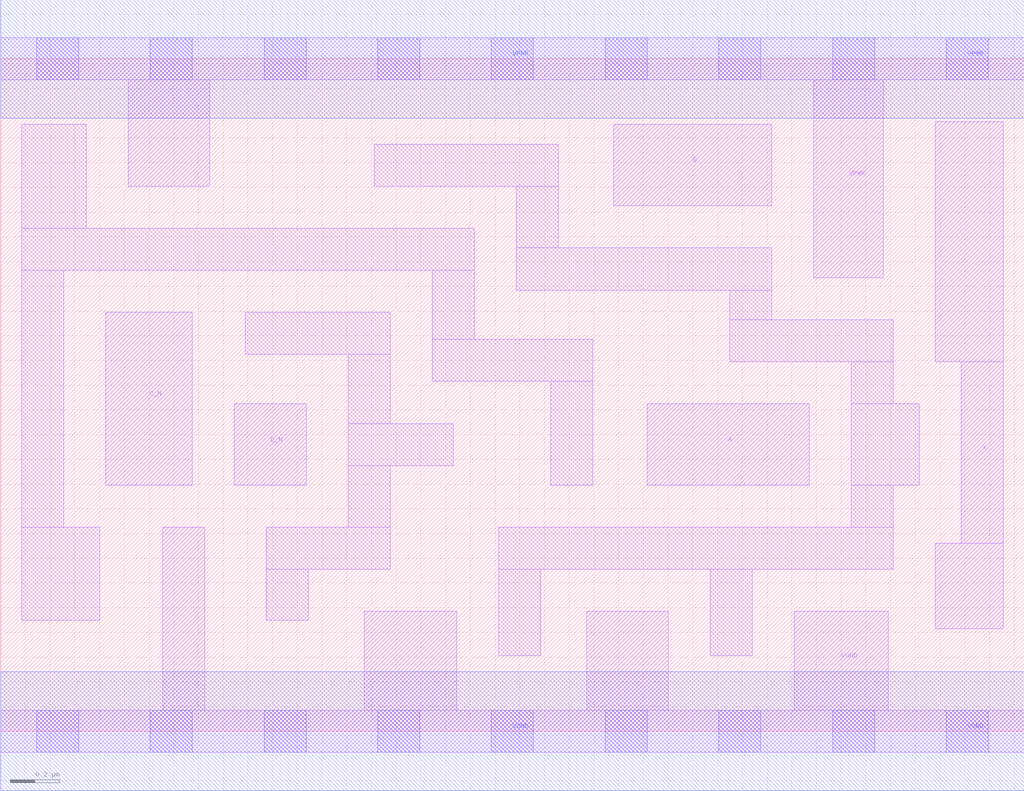
<source format=lef>
# Copyright 2020 The SkyWater PDK Authors
#
# Licensed under the Apache License, Version 2.0 (the "License");
# you may not use this file except in compliance with the License.
# You may obtain a copy of the License at
#
#     https://www.apache.org/licenses/LICENSE-2.0
#
# Unless required by applicable law or agreed to in writing, software
# distributed under the License is distributed on an "AS IS" BASIS,
# WITHOUT WARRANTIES OR CONDITIONS OF ANY KIND, either express or implied.
# See the License for the specific language governing permissions and
# limitations under the License.
#
# SPDX-License-Identifier: Apache-2.0

VERSION 5.7 ;
  NAMESCASESENSITIVE ON ;
  NOWIREEXTENSIONATPIN ON ;
  DIVIDERCHAR "/" ;
  BUSBITCHARS "[]" ;
UNITS
  DATABASE MICRONS 200 ;
END UNITS
MACRO sky130_fd_sc_hd__or4bb_1
  CLASS CORE ;
  SOURCE USER ;
  FOREIGN sky130_fd_sc_hd__or4bb_1 ;
  ORIGIN  0.000000  0.000000 ;
  SIZE  4.140000 BY  2.720000 ;
  SYMMETRY X Y R90 ;
  SITE unithd ;
  PIN A
    ANTENNAGATEAREA  0.126000 ;
    DIRECTION INPUT ;
    USE SIGNAL ;
    PORT
      LAYER li1 ;
        RECT 2.615000 0.995000 3.270000 1.325000 ;
    END
  END A
  PIN B
    ANTENNAGATEAREA  0.126000 ;
    DIRECTION INPUT ;
    USE SIGNAL ;
    PORT
      LAYER li1 ;
        RECT 2.480000 2.125000 3.120000 2.455000 ;
    END
  END B
  PIN C_N
    ANTENNAGATEAREA  0.126000 ;
    DIRECTION INPUT ;
    USE SIGNAL ;
    PORT
      LAYER li1 ;
        RECT 0.425000 0.995000 0.775000 1.695000 ;
    END
  END C_N
  PIN D_N
    ANTENNAGATEAREA  0.126000 ;
    DIRECTION INPUT ;
    USE SIGNAL ;
    PORT
      LAYER li1 ;
        RECT 0.945000 0.995000 1.235000 1.325000 ;
    END
  END D_N
  PIN X
    ANTENNADIFFAREA  0.453750 ;
    DIRECTION OUTPUT ;
    USE SIGNAL ;
    PORT
      LAYER li1 ;
        RECT 3.780000 0.415000 4.055000 0.760000 ;
        RECT 3.780000 1.495000 4.055000 2.465000 ;
        RECT 3.885000 0.760000 4.055000 1.495000 ;
    END
  END X
  PIN VGND
    DIRECTION INOUT ;
    SHAPE ABUTMENT ;
    USE GROUND ;
    PORT
      LAYER li1 ;
        RECT 0.000000 -0.085000 4.140000 0.085000 ;
        RECT 0.655000  0.085000 0.825000 0.825000 ;
        RECT 1.470000  0.085000 1.845000 0.485000 ;
        RECT 2.370000  0.085000 2.700000 0.485000 ;
        RECT 3.210000  0.085000 3.590000 0.485000 ;
      LAYER mcon ;
        RECT 0.145000 -0.085000 0.315000 0.085000 ;
        RECT 0.605000 -0.085000 0.775000 0.085000 ;
        RECT 1.065000 -0.085000 1.235000 0.085000 ;
        RECT 1.525000 -0.085000 1.695000 0.085000 ;
        RECT 1.985000 -0.085000 2.155000 0.085000 ;
        RECT 2.445000 -0.085000 2.615000 0.085000 ;
        RECT 2.905000 -0.085000 3.075000 0.085000 ;
        RECT 3.365000 -0.085000 3.535000 0.085000 ;
        RECT 3.825000 -0.085000 3.995000 0.085000 ;
      LAYER met1 ;
        RECT 0.000000 -0.240000 4.140000 0.240000 ;
    END
  END VGND
  PIN VPWR
    DIRECTION INOUT ;
    SHAPE ABUTMENT ;
    USE POWER ;
    PORT
      LAYER li1 ;
        RECT 0.000000 2.635000 4.140000 2.805000 ;
        RECT 0.515000 2.205000 0.845000 2.635000 ;
        RECT 3.290000 1.835000 3.570000 2.635000 ;
      LAYER mcon ;
        RECT 0.145000 2.635000 0.315000 2.805000 ;
        RECT 0.605000 2.635000 0.775000 2.805000 ;
        RECT 1.065000 2.635000 1.235000 2.805000 ;
        RECT 1.525000 2.635000 1.695000 2.805000 ;
        RECT 1.985000 2.635000 2.155000 2.805000 ;
        RECT 2.445000 2.635000 2.615000 2.805000 ;
        RECT 2.905000 2.635000 3.075000 2.805000 ;
        RECT 3.365000 2.635000 3.535000 2.805000 ;
        RECT 3.825000 2.635000 3.995000 2.805000 ;
      LAYER met1 ;
        RECT 0.000000 2.480000 4.140000 2.960000 ;
    END
  END VPWR
  OBS
    LAYER li1 ;
      RECT 0.085000 0.450000 0.400000 0.825000 ;
      RECT 0.085000 0.825000 0.255000 1.865000 ;
      RECT 0.085000 1.865000 1.915000 2.035000 ;
      RECT 0.085000 2.035000 0.345000 2.455000 ;
      RECT 0.990000 1.525000 1.575000 1.695000 ;
      RECT 1.075000 0.450000 1.245000 0.655000 ;
      RECT 1.075000 0.655000 1.575000 0.825000 ;
      RECT 1.405000 0.825000 1.575000 1.075000 ;
      RECT 1.405000 1.075000 1.830000 1.245000 ;
      RECT 1.405000 1.245000 1.575000 1.525000 ;
      RECT 1.510000 2.205000 2.255000 2.375000 ;
      RECT 1.745000 1.415000 2.395000 1.585000 ;
      RECT 1.745000 1.585000 1.915000 1.865000 ;
      RECT 2.015000 0.305000 2.185000 0.655000 ;
      RECT 2.015000 0.655000 3.610000 0.825000 ;
      RECT 2.085000 1.785000 3.120000 1.955000 ;
      RECT 2.085000 1.955000 2.255000 2.205000 ;
      RECT 2.225000 0.995000 2.395000 1.415000 ;
      RECT 2.870000 0.305000 3.040000 0.655000 ;
      RECT 2.950000 1.495000 3.610000 1.665000 ;
      RECT 2.950000 1.665000 3.120000 1.785000 ;
      RECT 3.440000 0.825000 3.610000 0.995000 ;
      RECT 3.440000 0.995000 3.715000 1.325000 ;
      RECT 3.440000 1.325000 3.610000 1.495000 ;
  END
END sky130_fd_sc_hd__or4bb_1
END LIBRARY

</source>
